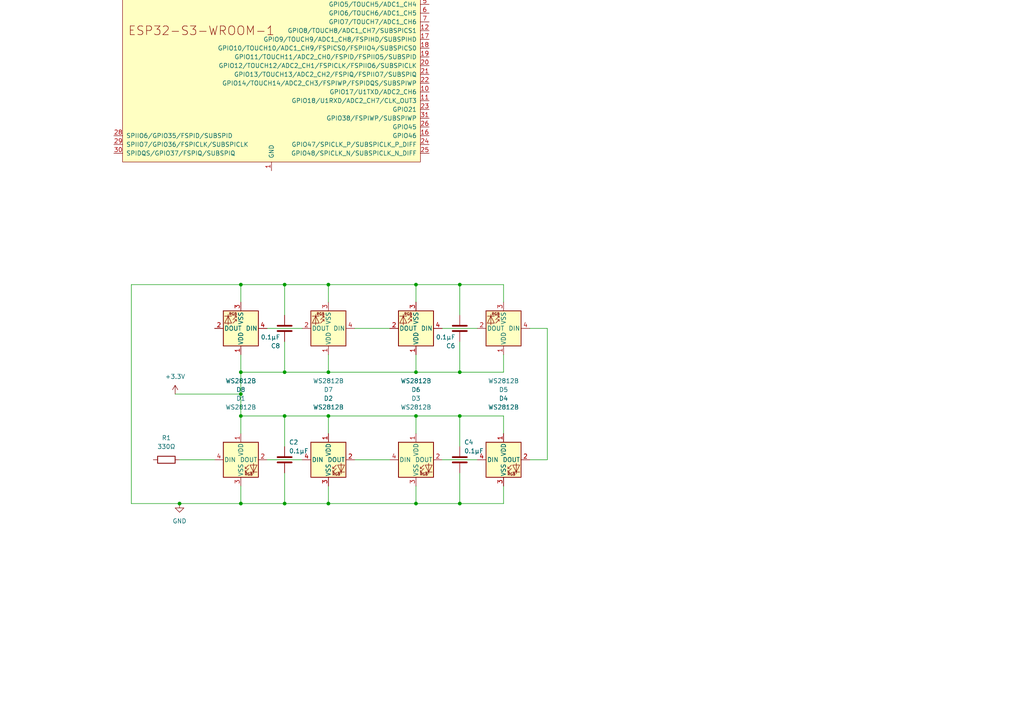
<source format=kicad_sch>
(kicad_sch (version 20230121) (generator eeschema)
  (paper "A4")
  (lib_symbols
    (symbol "Device:C" (pin_numbers hide) (pin_names (offset 0.254))
      (property "Reference" "C" (at 0.635 2.54 0))
      (property "Value" "C" (at 0.635 -2.54 0))
      (symbol "C_0_1"
        (polyline (pts (xy -2.032 -0.762) (xy 2.032 -0.762)) (stroke (width 0.508)))
        (polyline (pts (xy -2.032 0.762) (xy 2.032 0.762)) (stroke (width 0.508)))
      )
      (symbol "C_1_1"
        (pin passive line (at 0 3.81 270) (length 2.794) (name "~") (number "1"))
        (pin passive line (at 0 -3.81 90) (length 2.794) (name "~") (number "2"))
      )
    )
    (symbol "Device:R" (pin_numbers hide) (pin_names (offset 0))
      (property "Reference" "R" (at 2.032 0 90))
      (property "Value" "R" (at 0 0 90))
      (symbol "R_0_1"
        (rectangle (start -1.016 -2.54) (end 1.016 2.54) (stroke (width 0.254)))
      )
      (symbol "R_1_1"
        (pin passive line (at 0 3.81 270) (length 1.27) (name "~") (number "1"))
        (pin passive line (at 0 -3.81 90) (length 1.27) (name "~") (number "2"))
      )
    )
    (symbol "LED:WS2812B" (pin_names (offset 0.254))
      (property "Reference" "D" (at 5.08 5.715 0))
      (property "Value" "WS2812B" (at 1.27 -5.715 0))
      (symbol "WS2812B_0_0"
        (text "RGB" (at 2.286 -4.191 0) (effects (font (size 0.762 0.762))))
      )
      (symbol "WS2812B_0_1"
        (polyline (pts (xy 1.27 -3.556) (xy 1.778 -3.556)))
        (polyline (pts (xy 1.27 -2.54) (xy 1.778 -2.54)))
        (polyline (pts (xy 4.699 -3.556) (xy 2.667 -3.556)))
        (polyline (pts (xy 2.286 -2.54) (xy 1.27 -3.556) (xy 1.27 -3.048)))
        (polyline (pts (xy 2.286 -1.524) (xy 1.27 -2.54) (xy 1.27 -2.032)))
        (polyline (pts (xy 3.683 -1.016) (xy 3.683 -3.556) (xy 3.683 -4.064)))
        (polyline (pts (xy 4.699 -1.524) (xy 2.667 -1.524) (xy 3.683 -3.556) (xy 4.699 -1.524)))
        (rectangle (start 5.08 5.08) (end -5.08 -5.08) (stroke (width 0.254)) (fill (type background)))
      )
      (symbol "WS2812B_1_1"
        (pin power_in line (at 0 7.62 270) (length 2.54) (name "VDD") (number "1"))
        (pin output line (at 7.62 0 180) (length 2.54) (name "DOUT") (number "2"))
        (pin power_in line (at 0 -7.62 90) (length 2.54) (name "VSS") (number "3"))
        (pin input line (at -7.62 0 0) (length 2.54) (name "DIN") (number "4"))
      )
    )
    (symbol "PCM_Espressif:ESP32-S3-WROOM-1" (pin_names (offset 1.016))
      (property "Reference" "U" (at -43.18 43.18 0))
      (property "Value" "ESP32-S3-WROOM-1" (at -43.18 40.64 0))
      (symbol "ESP32-S3-WROOM-1_0_0"
        (text "ESP32-S3-WROOM-1" (at -20.32 0 0) (effects (font (size 2.54 2.54))))
        (pin power_in line (at 0 -40.64 90) (length 2.54) (name "GND") (number "1"))
        (pin bidirectional line (at 45.72 -17.78 180) (length 2.54) (name "GPIO17/U1TXD/ADC2_CH6") (number "10"))
        (pin bidirectional line (at 45.72 -20.32 180) (length 2.54) (name "GPIO18/U1RXD/ADC2_CH7/CLK_OUT3") (number "11"))
        (pin bidirectional line (at 45.72 0 180) (length 2.54) (name "GPIO8/TOUCH8/ADC1_CH7/SUBSPICS1") (number "12"))
        (pin bidirectional line (at 45.72 25.4 180) (length 2.54) (name "GPIO19/U1RTS/ADC2_CH8/CLK_OUT2/USB_D-") (number "13"))
        (pin bidirectional line (at 45.72 27.94 180) (length 2.54) (name "GPIO20/U1CTS/ADC2_CH9/CLK_OUT1/USB_D+") (number "14"))
        (pin bidirectional line (at 45.72 12.7 180) (length 2.54) (name "GPIO3/TOUCH3/ADC1_CH2") (number "15"))
        (pin bidirectional line (at 45.72 -30.48 180) (length 2.54) (name "GPIO46") (number "16"))
        (pin bidirectional line (at 45.72 -2.54 180) (length 2.54) (name "GPIO9/TOUCH9/ADC1_CH8/FSPIHD/SUBSPIHD") (number "17"))
        (pin bidirectional line (at 45.72 -5.08 180) (length 2.54) (name "GPIO10/TOUCH10/ADC1_CH9/FSPICS0/FSPIIO4/SUBSPICS0") (number "18"))
        (pin bidirectional line (at 45.72 -7.62 180) (length 2.54) (name "GPIO11/TOUCH11/ADC2_CH0/FSPID/FSPIIO5/SUBSPID") (number "19"))
        (pin power_in line (at 0 40.64 270) (length 2.54) (name "3V3") (number "2"))
        (pin bidirectional line (at 45.72 -10.16 180) (length 2.54) (name "GPIO12/TOUCH12/ADC2_CH1/FSPICLK/FSPIIO6/SUBSPICLK") (number "20"))
        (pin bidirectional line (at 45.72 -12.7 180) (length 2.54) (name "GPIO13/TOUCH13/ADC2_CH2/FSPIQ/FSPIIO7/SUBSPIQ") (number "21"))
        (pin bidirectional line (at 45.72 -15.24 180) (length 2.54) (name "GPIO14/TOUCH14/ADC2_CH3/FSPIWP/FSPIDQS/SUBSPIWP") (number "22"))
        (pin bidirectional line (at 45.72 -22.86 180) (length 2.54) (name "GPIO21") (number "23"))
        (pin bidirectional line (at 45.72 -33.02 180) (length 2.54) (name "GPIO47/SPICLK_P/SUBSPICLK_P_DIFF") (number "24"))
        (pin bidirectional line (at 45.72 -35.56 180) (length 2.54) (name "GPIO48/SPICLK_N/SUBSPICLK_N_DIFF") (number "25"))
        (pin bidirectional line (at 45.72 -27.94 180) (length 2.54) (name "GPIO45") (number "26"))
        (pin bidirectional line (at 45.72 20.32 180) (length 2.54) (name "GPIO0/BOOT") (number "27"))
        (pin bidirectional line (at -45.72 -30.48 0) (length 2.54) (name "SPIIO6/GPIO35/FSPID/SUBSPID") (number "28"))
        (pin bidirectional line (at -45.72 -33.02 0) (length 2.54) (name "SPIIO7/GPIO36/FSPICLK/SUBSPICLK") (number "29"))
        (pin input line (at -45.72 35.56 0) (length 2.54) (name "EN") (number "3"))
        (pin bidirectional line (at -45.72 -35.56 0) (length 2.54) (name "SPIDQS/GPIO37/FSPIQ/SUBSPIQ") (number "30"))
        (pin bidirectional line (at 45.72 -25.4 180) (length 2.54) (name "GPIO38/FSPIWP/SUBSPIWP") (number "31"))
        (pin bidirectional line (at -45.72 20.32 0) (length 2.54) (name "MTCK/GPIO39/CLK_OUT3/SUBSPICS1") (number "32"))
        (pin bidirectional line (at -45.72 17.78 0) (length 2.54) (name "MTDO/GPIO40/CLK_OUT2") (number "33"))
        (pin bidirectional line (at -45.72 15.24 0) (length 2.54) (name "MTDI/GPIO41/CLK_OUT1") (number "34"))
        (pin bidirectional line (at -45.72 12.7 0) (length 2.54) (name "MTMS/GPIO42") (number "35"))
        (pin bidirectional line (at 45.72 33.02 180) (length 2.54) (name "U0RXD/GPIO44/CLK_OUT2") (number "36"))
        (pin bidirectional line (at 45.72 35.56 180) (length 2.54) (name "U0TXD/GPIO43/CLK_OUT1") (number "37"))
        (pin bidirectional line (at 45.72 15.24 180) (length 2.54) (name "GPIO2/TOUCH2/ADC1_CH1") (number "38"))
        (pin bidirectional line (at 45.72 17.78 180) (length 2.54) (name "GPIO1/TOUCH1/ADC1_CH0") (number "39"))
        (pin bidirectional line (at 45.72 10.16 180) (length 2.54) (name "GPIO4/TOUCH4/ADC1_CH3") (number "4"))
        (pin passive line (at 0 -40.64 90) (length 2.54) hide (name "GND") (number "40"))
        (pin passive line (at 0 -40.64 90) (length 2.54) hide (name "GND") (number "41"))
        (pin bidirectional line (at 45.72 7.62 180) (length 2.54) (name "GPIO5/TOUCH5/ADC1_CH4") (number "5"))
        (pin bidirectional line (at 45.72 5.08 180) (length 2.54) (name "GPIO6/TOUCH6/ADC1_CH5") (number "6"))
        (pin bidirectional line (at 45.72 2.54 180) (length 2.54) (name "GPIO7/TOUCH7/ADC1_CH6") (number "7"))
        (pin bidirectional line (at -45.72 27.94 0) (length 2.54) (name "GPIO15/U0RTS/ADC2_CH4/XTAL_32K_P") (number "8"))
        (pin bidirectional line (at -45.72 25.4 0) (length 2.54) (name "GPIO16/U0CTS/ADC2_CH5/XTAL_32K_N") (number "9"))
      )
      (symbol "ESP32-S3-WROOM-1_0_1"
        (rectangle (start -43.18 38.1) (end 43.18 -38.1) (fill (type background)))
      )
    )
    (symbol "power:+3.3V" (power) (pin_names (offset 0))
      (property "Value" "+3.3V" (at 0 3.556 0))
      (symbol "+3.3V_0_1"
        (polyline (pts (xy -0.762 1.27) (xy 0 2.54)))
        (polyline (pts (xy 0 0) (xy 0 2.54)))
        (polyline (pts (xy 0 2.54) (xy 0.762 1.27)))
      )
      (symbol "+3.3V_1_1"
        (pin power_in line (at 0 0 90) (length 0) hide (name "+3.3V") (number "1"))
      )
    )
    (symbol "power:GND" (power) (pin_names (offset 0))
      (property "Value" "GND" (at 0 -3.81 0))
      (symbol "GND_0_1"
        (polyline (pts (xy 0 0) (xy 0 -1.27) (xy 1.27 -1.27) (xy 0 -2.54) (xy -1.27 -1.27) (xy 0 -1.27)))
      )
      (symbol "GND_1_1"
        (pin power_in line (at 0 0 270) (length 0) hide (name "GND") (number "1"))
      )
    )
  )
  (junction (at 69.85 82.55))
  (junction (at 120.65 82.55))
  (junction (at 82.55 82.55))
  (junction (at 95.25 146.05))
  (junction (at 52.07 146.05))
  (junction (at 82.55 107.95))
  (junction (at 133.35 146.05))
  (junction (at 120.65 146.05))
  (junction (at 133.35 120.65))
  (junction (at 120.65 107.95))
  (junction (at 95.25 82.55))
  (junction (at 133.35 82.55))
  (junction (at 95.25 120.65))
  (junction (at 82.55 146.05))
  (junction (at 120.65 120.65))
  (junction (at 82.55 120.65))
  (junction (at 69.85 107.95))
  (junction (at 133.35 107.95))
  (junction (at 69.85 120.65))
  (junction (at 69.85 114.3))
  (junction (at 69.85 146.05))
  (junction (at 95.25 107.95))
  (wire (pts (xy 69.85 107.95) (xy 69.85 102.87)))
  (wire (pts (xy 133.35 120.65) (xy 133.35 129.54)))
  (wire (pts (xy 82.55 120.65) (xy 95.25 120.65)))
  (wire (pts (xy 146.05 82.55) (xy 133.35 82.55)))
  (wire (pts (xy 146.05 146.05) (xy 146.05 140.97)))
  (wire (pts (xy 82.55 99.06) (xy 82.55 107.95)))
  (wire (pts (xy 153.67 95.25) (xy 158.75 95.25)))
  (wire (pts (xy 146.05 120.65) (xy 146.05 125.73)))
  (wire (pts (xy 158.75 133.35) (xy 153.67 133.35)))
  (wire (pts (xy 77.47 133.35) (xy 87.63 133.35)))
  (wire (pts (xy 120.65 146.05) (xy 120.65 140.97)))
  (wire (pts (xy 133.35 82.55) (xy 120.65 82.55)))
  (wire (pts (xy 82.55 120.65) (xy 82.55 129.54)))
  (wire (pts (xy 133.35 146.05) (xy 146.05 146.05)))
  (wire (pts (xy 128.27 133.35) (xy 138.43 133.35)))
  (wire (pts (xy 95.25 82.55) (xy 95.25 87.63)))
  (wire (pts (xy 69.85 82.55) (xy 69.85 87.63)))
  (wire (pts (xy 38.1 146.05) (xy 52.07 146.05)))
  (wire (pts (xy 120.65 120.65) (xy 133.35 120.65)))
  (wire (pts (xy 52.07 133.35) (xy 62.23 133.35)))
  (wire (pts (xy 138.43 95.25) (xy 128.27 95.25)))
  (wire (pts (xy 95.25 107.95) (xy 82.55 107.95)))
  (wire (pts (xy 120.65 107.95) (xy 120.65 102.87)))
  (wire (pts (xy 69.85 120.65) (xy 82.55 120.65)))
  (wire (pts (xy 133.35 82.55) (xy 133.35 91.44)))
  (wire (pts (xy 133.35 99.06) (xy 133.35 107.95)))
  (wire (pts (xy 113.03 95.25) (xy 102.87 95.25)))
  (wire (pts (xy 38.1 82.55) (xy 38.1 146.05)))
  (wire (pts (xy 95.25 146.05) (xy 120.65 146.05)))
  (wire (pts (xy 133.35 137.16) (xy 133.35 146.05)))
  (wire (pts (xy 120.65 107.95) (xy 133.35 107.95)))
  (wire (pts (xy 146.05 107.95) (xy 146.05 102.87)))
  (wire (pts (xy 69.85 120.65) (xy 69.85 125.73)))
  (wire (pts (xy 95.25 120.65) (xy 95.25 125.73)))
  (wire (pts (xy 120.65 82.55) (xy 95.25 82.55)))
  (wire (pts (xy 69.85 146.05) (xy 69.85 140.97)))
  (wire (pts (xy 120.65 107.95) (xy 95.25 107.95)))
  (wire (pts (xy 133.35 107.95) (xy 146.05 107.95)))
  (wire (pts (xy 69.85 146.05) (xy 82.55 146.05)))
  (wire (pts (xy 82.55 107.95) (xy 69.85 107.95)))
  (wire (pts (xy 50.8 114.3) (xy 69.85 114.3)))
  (wire (pts (xy 82.55 82.55) (xy 69.85 82.55)))
  (wire (pts (xy 95.25 82.55) (xy 82.55 82.55)))
  (wire (pts (xy 102.87 133.35) (xy 113.03 133.35)))
  (wire (pts (xy 95.25 120.65) (xy 120.65 120.65)))
  (wire (pts (xy 82.55 82.55) (xy 82.55 91.44)))
  (wire (pts (xy 87.63 95.25) (xy 77.47 95.25)))
  (wire (pts (xy 146.05 82.55) (xy 146.05 87.63)))
  (wire (pts (xy 82.55 146.05) (xy 95.25 146.05)))
  (wire (pts (xy 120.65 146.05) (xy 133.35 146.05)))
  (wire (pts (xy 95.25 107.95) (xy 95.25 102.87)))
  (wire (pts (xy 158.75 95.25) (xy 158.75 133.35)))
  (wire (pts (xy 69.85 82.55) (xy 38.1 82.55)))
  (wire (pts (xy 82.55 137.16) (xy 82.55 146.05)))
  (wire (pts (xy 120.65 82.55) (xy 120.65 87.63)))
  (wire (pts (xy 69.85 114.3) (xy 69.85 120.65)))
  (wire (pts (xy 69.85 107.95) (xy 69.85 114.3)))
  (wire (pts (xy 120.65 120.65) (xy 120.65 125.73)))
  (wire (pts (xy 52.07 146.05) (xy 69.85 146.05)))
  (wire (pts (xy 133.35 120.65) (xy 146.05 120.65)))
  (wire (pts (xy 95.25 146.05) (xy 95.25 140.97)))
  (symbol (lib_id "Device:C") (at 133.35 95.25 180) (unit 1)
    (property "Reference" "C6" (at 132.08 100.33 0) (effects (justify left)))
    (property "Value" "0.1µF" (at 132.08 97.79 0) (effects (justify left)))
    (property "Footprint" "Capacitor_SMD:C_0805_2012Metric" (effects hide))
  )
  (symbol (lib_id "power:GND") (at 52.07 146.05 0) (unit 1)
    (property "Reference" "#PWR02" (effects hide))
    (property "Value" "GND" (at 52.07 151.13 0))
  )
  (symbol (lib_id "LED:WS2812B") (at 120.65 133.35 0) (unit 1)
    (property "Reference" "D3" (at 120.65 115.57 0))
    (property "Value" "WS2812B" (at 120.65 118.11 0))
    (property "Footprint" "LED_SMD:LED_WS2812B_PLCC4_5.0x5.0mm_P3.2mm" (effects hide))
    (property "Datasheet" "https://cdn-shop.adafruit.com/datasheets/WS2812B.pdf" (effects hide))
  )
  (symbol (lib_id "Device:C") (at 82.55 95.25 180) (unit 1)
    (property "Reference" "C8" (at 81.28 100.33 0) (effects (justify left)))
    (property "Value" "0.1µF" (at 81.28 97.79 0) (effects (justify left)))
    (property "Footprint" "Capacitor_SMD:C_0805_2012Metric" (effects hide))
  )
  (symbol (lib_id "LED:WS2812B") (at 120.65 95.25 180) (unit 1)
    (property "Reference" "D6" (at 120.65 113.03 0))
    (property "Value" "WS2812B" (at 120.65 110.49 0))
    (property "Footprint" "LED_SMD:LED_WS2812B_PLCC4_5.0x5.0mm_P3.2mm" (effects hide))
    (property "Datasheet" "https://cdn-shop.adafruit.com/datasheets/WS2812B.pdf" (effects hide))
  )
  (symbol (lib_id "LED:WS2812B") (at 95.25 133.35 0) (unit 1)
    (property "Reference" "D2" (at 95.25 115.57 0))
    (property "Value" "WS2812B" (at 95.25 118.11 0))
    (property "Footprint" "LED_SMD:LED_WS2812B_PLCC4_5.0x5.0mm_P3.2mm" (effects hide))
    (property "Datasheet" "https://cdn-shop.adafruit.com/datasheets/WS2812B.pdf" (effects hide))
  )
  (symbol (lib_id "LED:WS2812B") (at 69.85 133.35 0) (unit 1)
    (property "Reference" "D1" (at 69.85 115.57 0))
    (property "Value" "WS2812B" (at 69.85 118.11 0))
    (property "Footprint" "LED_SMD:LED_WS2812B_PLCC4_5.0x5.0mm_P3.2mm" (effects hide))
    (property "Datasheet" "https://cdn-shop.adafruit.com/datasheets/WS2812B.pdf" (effects hide))
  )
  (symbol (lib_id "Device:C") (at 82.55 133.35 0) (unit 1)
    (property "Reference" "C2" (at 83.82 128.27 0) (effects (justify left)))
    (property "Value" "0.1µF" (at 83.82 130.81 0) (effects (justify left)))
    (property "Footprint" "Capacitor_SMD:C_0805_2012Metric" (effects hide))
  )
  (symbol (lib_id "LED:WS2812B") (at 69.85 95.25 180) (unit 1)
    (property "Reference" "D8" (at 69.85 113.03 0))
    (property "Value" "WS2812B" (at 69.85 110.49 0))
    (property "Footprint" "LED_SMD:LED_WS2812B_PLCC4_5.0x5.0mm_P3.2mm" (effects hide))
    (property "Datasheet" "https://cdn-shop.adafruit.com/datasheets/WS2812B.pdf" (effects hide))
  )
  (symbol (lib_id "LED:WS2812B") (at 146.05 133.35 0) (unit 1)
    (property "Reference" "D4" (at 146.05 115.57 0))
    (property "Value" "WS2812B" (at 146.05 118.11 0))
    (property "Footprint" "LED_SMD:LED_WS2812B_PLCC4_5.0x5.0mm_P3.2mm" (effects hide))
    (property "Datasheet" "https://cdn-shop.adafruit.com/datasheets/WS2812B.pdf" (effects hide))
  )
  (symbol (lib_id "Device:C") (at 133.35 133.35 0) (unit 1)
    (property "Reference" "C4" (at 134.62 128.27 0) (effects (justify left)))
    (property "Value" "0.1µF" (at 134.62 130.81 0) (effects (justify left)))
    (property "Footprint" "Capacitor_SMD:C_0805_2012Metric" (effects hide))
  )
  (symbol (lib_id "LED:WS2812B") (at 95.25 95.25 180) (unit 1)
    (property "Reference" "D7" (at 95.25 113.03 0))
    (property "Value" "WS2812B" (at 95.25 110.49 0))
    (property "Footprint" "LED_SMD:LED_WS2812B_PLCC4_5.0x5.0mm_P3.2mm" (effects hide))
    (property "Datasheet" "https://cdn-shop.adafruit.com/datasheets/WS2812B.pdf" (effects hide))
  )
  (symbol (lib_id "power:+3.3V") (at 50.8 114.3 0) (unit 1)
    (property "Reference" "#PWR01" (effects hide))
    (property "Value" "+3.3V" (at 50.8 109.22 0))
  )
  (symbol (lib_id "LED:WS2812B") (at 146.05 95.25 180) (unit 1)
    (property "Reference" "D5" (at 146.05 113.03 0))
    (property "Value" "WS2812B" (at 146.05 110.49 0))
    (property "Footprint" "LED_SMD:LED_WS2812B_PLCC4_5.0x5.0mm_P3.2mm" (effects hide))
    (property "Datasheet" "https://cdn-shop.adafruit.com/datasheets/WS2812B.pdf" (effects hide))
  )
  (symbol (lib_id "Device:R") (at 48.26 133.35 90) (unit 1)
    (property "Reference" "R1" (at 48.26 127 90))
    (property "Value" "330Ω" (at 48.26 129.54 90))
    (property "Footprint" "Resistor_SMD:R_0805_2012Metric" (effects hide))
  )
  (symbol (lib_id "PCM_Espressif:ESP32-S3-WROOM-1") (at 78.74 8.89 0) (unit 1)
    (property "Reference" "U1" (at 80.9341 -34.29 0) (effects (justify left)))
    (property "Value" "ESP32-S3-WROOM-1" (at 80.9341 -31.75 0) (effects (justify left)))
    (property "Footprint" "PCM_Espressif:ESP32-S3-WROOM-1" (effects hide))
    (property "Datasheet" "https://www.espressif.com/sites/default/files/documentation/esp32-s3-wroom-1_wroom-1u_datasheet_en.pdf" (effects hide))
  )
)
</source>
